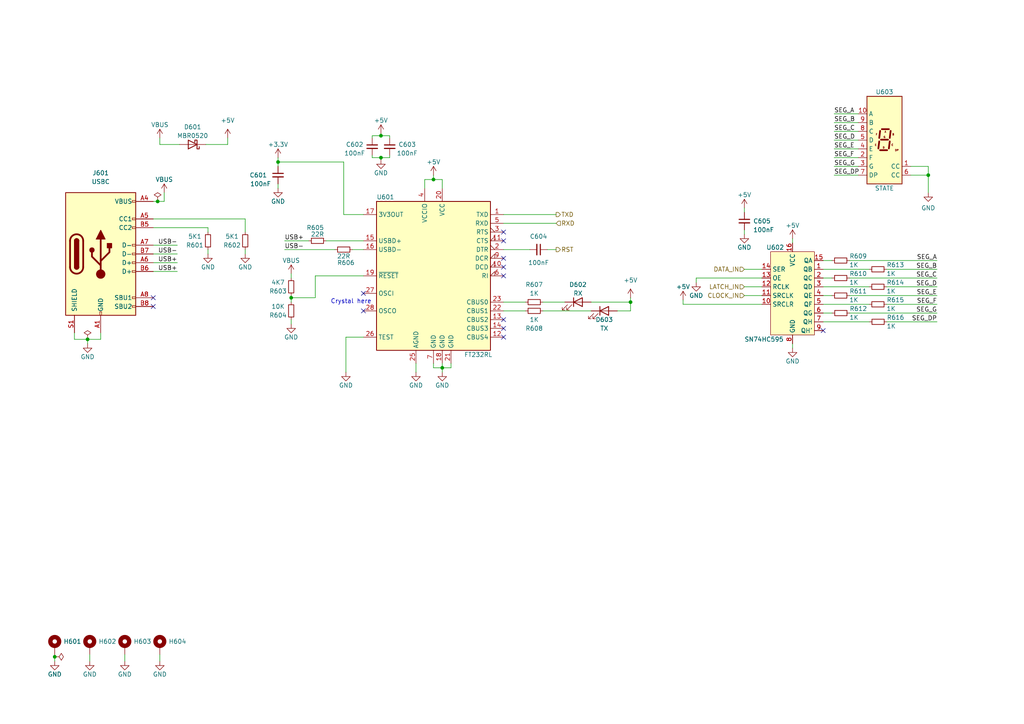
<source format=kicad_sch>
(kicad_sch (version 20230121) (generator eeschema)
  (paper "A4")
  (title_block (title "MegaMouse") (date "${ISSUE}") (rev "${REVISION}") (company "Kitsune Scientific") (comment 4 "Release: ${FULL_REVISION}"))
  (lib_symbols
    (symbol "+5V_1" (power) (pin_names (offset 0))
      (property "Value" "+5V_1" (at 0 3.556 0))
      (symbol "+5V_1_0_1"
        (polyline (pts (xy -0.762 1.27) (xy 0 2.54)))
        (polyline (pts (xy 0 0) (xy 0 2.54)))
        (polyline (pts (xy 0 2.54) (xy 0.762 1.27)))
      )
      (symbol "+5V_1_1_1"
        (pin power_in line (at 0 0 90) (length 0) hide (name "+5V") (number "1"))
      )
    )
    (symbol "+5V_2" (power) (pin_names (offset 0))
      (property "Value" "+5V_2" (at 0 3.556 0))
      (symbol "+5V_2_0_1"
        (polyline (pts (xy -0.762 1.27) (xy 0 2.54)))
        (polyline (pts (xy 0 0) (xy 0 2.54)))
        (polyline (pts (xy 0 2.54) (xy 0.762 1.27)))
      )
      (symbol "+5V_2_1_1"
        (pin power_in line (at 0 0 90) (length 0) hide (name "+5V") (number "1"))
      )
    )
    (symbol "+5V_3" (power) (pin_names (offset 0))
      (property "Value" "+5V_3" (at 0 3.556 0))
      (symbol "+5V_3_0_1"
        (polyline (pts (xy -0.762 1.27) (xy 0 2.54)))
        (polyline (pts (xy 0 0) (xy 0 2.54)))
        (polyline (pts (xy 0 2.54) (xy 0.762 1.27)))
      )
      (symbol "+5V_3_1_1"
        (pin power_in line (at 0 0 90) (length 0) hide (name "+5V") (number "1"))
      )
    )
    (symbol "Connector:USB_C_Receptacle_USB2.0" (pin_names (offset 1.016))
      (property "Reference" "J" (at -10.16 19.05 0))
      (property "Value" "USB_C_Receptacle_USB2.0" (at 19.05 19.05 0))
      (symbol "USB_C_Receptacle_USB2.0_0_0"
        (rectangle (start -0.254 -17.78) (end 0.254 -16.764))
        (rectangle (start 10.16 -14.986) (end 9.144 -15.494))
        (rectangle (start 10.16 -12.446) (end 9.144 -12.954))
        (rectangle (start 10.16 -4.826) (end 9.144 -5.334))
        (rectangle (start 10.16 -2.286) (end 9.144 -2.794))
        (rectangle (start 10.16 0.254) (end 9.144 -0.254))
        (rectangle (start 10.16 2.794) (end 9.144 2.286))
        (rectangle (start 10.16 7.874) (end 9.144 7.366))
        (rectangle (start 10.16 10.414) (end 9.144 9.906))
        (rectangle (start 10.16 15.494) (end 9.144 14.986))
      )
      (symbol "USB_C_Receptacle_USB2.0_0_1"
        (rectangle (start -10.16 17.78) (end 10.16 -17.78) (stroke (width 0.254)) (fill (type background)))
        (arc (start -8.89 -3.81) (mid -6.985 -5.7067) (end -5.08 -3.81) (stroke (width 0.508)))
        (arc (start -7.62 -3.81) (mid -6.985 -4.4423) (end -6.35 -3.81) (stroke (width 0.254)))
        (arc (start -7.62 -3.81) (mid -6.985 -4.4423) (end -6.35 -3.81) (stroke (width 0.254)) (fill (type outline)))
        (rectangle (start -7.62 -3.81) (end -6.35 3.81) (stroke (width 0.254)) (fill (type outline)))
        (arc (start -6.35 3.81) (mid -6.985 4.4423) (end -7.62 3.81) (stroke (width 0.254)))
        (arc (start -6.35 3.81) (mid -6.985 4.4423) (end -7.62 3.81) (stroke (width 0.254)) (fill (type outline)))
        (arc (start -5.08 3.81) (mid -6.985 5.7067) (end -8.89 3.81) (stroke (width 0.508)))
        (circle (center -2.54 1.143) (radius 0.635) (stroke (width 0.254)) (fill (type outline)))
        (circle (center 0 -5.842) (radius 1.27) (fill (type outline)))
        (polyline (pts (xy -8.89 -3.81) (xy -8.89 3.81)) (stroke (width 0.508)))
        (polyline (pts (xy -5.08 3.81) (xy -5.08 -3.81)) (stroke (width 0.508)))
        (polyline (pts (xy 0 -5.842) (xy 0 4.318)) (stroke (width 0.508)))
        (polyline (pts (xy 0 -3.302) (xy -2.54 -0.762) (xy -2.54 0.508)) (stroke (width 0.508)))
        (polyline (pts (xy 0 -2.032) (xy 2.54 0.508) (xy 2.54 1.778)) (stroke (width 0.508)))
        (polyline (pts (xy -1.27 4.318) (xy 0 6.858) (xy 1.27 4.318) (xy -1.27 4.318)) (stroke (width 0.254)) (fill (type outline)))
        (rectangle (start 1.905 1.778) (end 3.175 3.048) (stroke (width 0.254)) (fill (type outline)))
      )
      (symbol "USB_C_Receptacle_USB2.0_1_1"
        (pin passive line (at 0 -22.86 90) (length 5.08) (name "GND") (number "A1"))
        (pin passive line (at 0 -22.86 90) (length 5.08) hide (name "GND") (number "A12"))
        (pin passive line (at 15.24 15.24 180) (length 5.08) (name "VBUS") (number "A4"))
        (pin bidirectional line (at 15.24 10.16 180) (length 5.08) (name "CC1") (number "A5"))
        (pin bidirectional line (at 15.24 -2.54 180) (length 5.08) (name "D+") (number "A6"))
        (pin bidirectional line (at 15.24 2.54 180) (length 5.08) (name "D-") (number "A7"))
        (pin bidirectional line (at 15.24 -12.7 180) (length 5.08) (name "SBU1") (number "A8"))
        (pin passive line (at 15.24 15.24 180) (length 5.08) hide (name "VBUS") (number "A9"))
        (pin passive line (at 0 -22.86 90) (length 5.08) hide (name "GND") (number "B1"))
        (pin passive line (at 0 -22.86 90) (length 5.08) hide (name "GND") (number "B12"))
        (pin passive line (at 15.24 15.24 180) (length 5.08) hide (name "VBUS") (number "B4"))
        (pin bidirectional line (at 15.24 7.62 180) (length 5.08) (name "CC2") (number "B5"))
        (pin bidirectional line (at 15.24 -5.08 180) (length 5.08) (name "D+") (number "B6"))
        (pin bidirectional line (at 15.24 0 180) (length 5.08) (name "D-") (number "B7"))
        (pin bidirectional line (at 15.24 -15.24 180) (length 5.08) (name "SBU2") (number "B8"))
        (pin passive line (at 15.24 15.24 180) (length 5.08) hide (name "VBUS") (number "B9"))
        (pin passive line (at -7.62 -22.86 90) (length 5.08) (name "SHIELD") (number "S1"))
      )
    )
    (symbol "Device:C_Small" (pin_numbers hide) (pin_names (offset 0.254) hide)
      (property "Reference" "C" (at 0.254 1.778 0))
      (property "Value" "C_Small" (at 0.254 -2.032 0))
      (symbol "C_Small_0_1"
        (polyline (pts (xy -1.524 -0.508) (xy 1.524 -0.508)) (stroke (width 0.3302)))
        (polyline (pts (xy -1.524 0.508) (xy 1.524 0.508)) (stroke (width 0.3048)))
      )
      (symbol "C_Small_1_1"
        (pin passive line (at 0 2.54 270) (length 2.032) (name "~") (number "1"))
        (pin passive line (at 0 -2.54 90) (length 2.032) (name "~") (number "2"))
      )
    )
    (symbol "Device:LED" (pin_numbers hide) (pin_names (offset 1.016) hide)
      (property "Reference" "D" (at 0 2.54 0))
      (property "Value" "LED" (at 0 -2.54 0))
      (symbol "LED_0_1"
        (polyline (pts (xy -1.27 -1.27) (xy -1.27 1.27)) (stroke (width 0.254)))
        (polyline (pts (xy -1.27 0) (xy 1.27 0)))
        (polyline (pts (xy 1.27 -1.27) (xy 1.27 1.27) (xy -1.27 0) (xy 1.27 -1.27)) (stroke (width 0.254)))
        (polyline (pts (xy -3.048 -0.762) (xy -4.572 -2.286) (xy -3.81 -2.286) (xy -4.572 -2.286) (xy -4.572 -1.524)))
        (polyline (pts (xy -1.778 -0.762) (xy -3.302 -2.286) (xy -2.54 -2.286) (xy -3.302 -2.286) (xy -3.302 -1.524)))
      )
      (symbol "LED_1_1"
        (pin passive line (at -3.81 0 0) (length 2.54) (name "K") (number "1"))
        (pin passive line (at 3.81 0 180) (length 2.54) (name "A") (number "2"))
      )
    )
    (symbol "Device:R_Small" (pin_numbers hide) (pin_names (offset 0.254) hide)
      (property "Reference" "R" (at 0.762 0.508 0))
      (property "Value" "R_Small" (at 0.762 -1.016 0))
      (symbol "R_Small_0_1"
        (rectangle (start -0.762 1.778) (end 0.762 -1.778) (stroke (width 0.2032)))
      )
      (symbol "R_Small_1_1"
        (pin passive line (at 0 2.54 270) (length 0.762) (name "~") (number "1"))
        (pin passive line (at 0 -2.54 90) (length 0.762) (name "~") (number "2"))
      )
    )
    (symbol "Diode:MBR0520" (pin_numbers hide) (pin_names (offset 1.016) hide)
      (property "Reference" "D" (at 0 2.54 0))
      (property "Value" "MBR0520" (at 0 -2.54 0))
      (symbol "MBR0520_0_1"
        (polyline (pts (xy 1.27 0) (xy -1.27 0)))
        (polyline (pts (xy 1.27 1.27) (xy 1.27 -1.27) (xy -1.27 0) (xy 1.27 1.27)) (stroke (width 0.254)))
        (polyline (pts (xy -1.905 0.635) (xy -1.905 1.27) (xy -1.27 1.27) (xy -1.27 -1.27) (xy -0.635 -1.27) (xy -0.635 -0.635)) (stroke (width 0.254)))
      )
      (symbol "MBR0520_1_1"
        (pin passive line (at -3.81 0 0) (length 2.54) (name "K") (number "1"))
        (pin passive line (at 3.81 0 180) (length 2.54) (name "A") (number "2"))
      )
    )
    (symbol "Display_Character:HDSP-7803"
      (property "Reference" "U" (at -3.81 13.97 0))
      (property "Value" "HDSP-7803" (at 6.35 13.97 0))
      (symbol "HDSP-7803_1_0"
        (text "A" (at 0.254 2.413 0) (effects (font (size 0.508 0.508))))
        (text "B" (at 2.54 1.651 0) (effects (font (size 0.508 0.508))))
        (text "C" (at 2.286 -1.397 0) (effects (font (size 0.508 0.508))))
        (text "D" (at -0.254 -2.159 0) (effects (font (size 0.508 0.508))))
        (text "DP" (at 3.556 -2.921 0) (effects (font (size 0.508 0.508))))
        (text "E" (at -2.54 -1.397 0) (effects (font (size 0.508 0.508))))
        (text "F" (at -2.286 1.651 0) (effects (font (size 0.508 0.508))))
        (text "G" (at 0 0.889 0) (effects (font (size 0.508 0.508))))
      )
      (symbol "HDSP-7803_1_1"
        (rectangle (start -5.08 12.7) (end 5.08 -12.7) (stroke (width 0.254)) (fill (type background)))
        (polyline (pts (xy -1.524 -0.381) (xy -1.778 -2.413)) (stroke (width 0.508)))
        (polyline (pts (xy -1.27 -2.921) (xy 0.762 -2.921)) (stroke (width 0.508)))
        (polyline (pts (xy -1.27 2.667) (xy -1.524 0.635)) (stroke (width 0.508)))
        (polyline (pts (xy -1.016 0.127) (xy 1.016 0.127)) (stroke (width 0.508)))
        (polyline (pts (xy -0.762 3.175) (xy 1.27 3.175)) (stroke (width 0.508)))
        (polyline (pts (xy 1.524 -0.381) (xy 1.27 -2.413)) (stroke (width 0.508)))
        (polyline (pts (xy 1.778 2.667) (xy 1.524 0.635)) (stroke (width 0.508)))
        (polyline (pts (xy 2.54 -2.921) (xy 2.54 -2.921)) (stroke (width 0.508)))
        (pin input line (at 7.62 -7.62 180) (length 2.54) (name "CC") (number "1"))
        (pin input line (at -7.62 7.62 0) (length 2.54) (name "A") (number "10"))
        (pin input line (at -7.62 -5.08 0) (length 2.54) (name "F") (number "2"))
        (pin input line (at -7.62 -7.62 0) (length 2.54) (name "G") (number "3"))
        (pin input line (at -7.62 -2.54 0) (length 2.54) (name "E") (number "4"))
        (pin input line (at -7.62 0 0) (length 2.54) (name "D") (number "5"))
        (pin input line (at 7.62 -10.16 180) (length 2.54) (name "CC") (number "6"))
        (pin input line (at -7.62 -10.16 0) (length 2.54) (name "DP") (number "7"))
        (pin input line (at -7.62 2.54 0) (length 2.54) (name "C") (number "8"))
        (pin input line (at -7.62 5.08 0) (length 2.54) (name "B") (number "9"))
      )
    )
    (symbol "GND_2" (power) (pin_names (offset 0))
      (property "Value" "GND_2" (at 0 -3.81 0))
      (symbol "GND_2_0_1"
        (polyline (pts (xy 0 0) (xy 0 -1.27) (xy 1.27 -1.27) (xy 0 -2.54) (xy -1.27 -1.27) (xy 0 -1.27)))
      )
      (symbol "GND_2_1_1"
        (pin power_in line (at 0 0 270) (length 0) hide (name "GND") (number "1"))
      )
    )
    (symbol "GND_3" (power) (pin_names (offset 0))
      (property "Value" "GND_3" (at 0 -3.81 0))
      (symbol "GND_3_0_1"
        (polyline (pts (xy 0 0) (xy 0 -1.27) (xy 1.27 -1.27) (xy 0 -2.54) (xy -1.27 -1.27) (xy 0 -1.27)))
      )
      (symbol "GND_3_1_1"
        (pin power_in line (at 0 0 270) (length 0) hide (name "GND") (number "1"))
      )
    )
    (symbol "GND_4" (power) (pin_names (offset 0))
      (property "Value" "GND_4" (at 0 -3.81 0))
      (symbol "GND_4_0_1"
        (polyline (pts (xy 0 0) (xy 0 -1.27) (xy 1.27 -1.27) (xy 0 -2.54) (xy -1.27 -1.27) (xy 0 -1.27)))
      )
      (symbol "GND_4_1_1"
        (pin power_in line (at 0 0 270) (length 0) hide (name "GND") (number "1"))
      )
    )
    (symbol "GND_5" (power) (pin_names (offset 0))
      (property "Value" "GND_5" (at 0 -3.81 0))
      (symbol "GND_5_0_1"
        (polyline (pts (xy 0 0) (xy 0 -1.27) (xy 1.27 -1.27) (xy 0 -2.54) (xy -1.27 -1.27) (xy 0 -1.27)))
      )
      (symbol "GND_5_1_1"
        (pin power_in line (at 0 0 270) (length 0) hide (name "GND") (number "1"))
      )
    )
    (symbol "GND_6" (power) (pin_names (offset 0))
      (property "Value" "GND_6" (at 0 -3.81 0))
      (symbol "GND_6_0_1"
        (polyline (pts (xy 0 0) (xy 0 -1.27) (xy 1.27 -1.27) (xy 0 -2.54) (xy -1.27 -1.27) (xy 0 -1.27)))
      )
      (symbol "GND_6_1_1"
        (pin power_in line (at 0 0 270) (length 0) hide (name "GND") (number "1"))
      )
    )
    (symbol "GND_7" (power) (pin_names (offset 0))
      (property "Value" "GND_7" (at 0 -3.81 0))
      (symbol "GND_7_0_1"
        (polyline (pts (xy 0 0) (xy 0 -1.27) (xy 1.27 -1.27) (xy 0 -2.54) (xy -1.27 -1.27) (xy 0 -1.27)))
      )
      (symbol "GND_7_1_1"
        (pin power_in line (at 0 0 270) (length 0) hide (name "GND") (number "1"))
      )
    )
    (symbol "GND_8" (power) (pin_names (offset 0))
      (property "Value" "GND_8" (at 0 -3.81 0))
      (symbol "GND_8_0_1"
        (polyline (pts (xy 0 0) (xy 0 -1.27) (xy 1.27 -1.27) (xy 0 -2.54) (xy -1.27 -1.27) (xy 0 -1.27)))
      )
      (symbol "GND_8_1_1"
        (pin power_in line (at 0 0 270) (length 0) hide (name "GND") (number "1"))
      )
    )
    (symbol "GND_9" (power) (pin_names (offset 0))
      (property "Value" "GND_9" (at 0 -3.81 0))
      (symbol "GND_9_0_1"
        (polyline (pts (xy 0 0) (xy 0 -1.27) (xy 1.27 -1.27) (xy 0 -2.54) (xy -1.27 -1.27) (xy 0 -1.27)))
      )
      (symbol "GND_9_1_1"
        (pin power_in line (at 0 0 270) (length 0) hide (name "GND") (number "1"))
      )
    )
    (symbol "Interface_USB:FT232RL"
      (property "Reference" "U" (at -16.51 22.86 0))
      (property "Value" "FT232RL" (at 10.16 22.86 0))
      (symbol "FT232RL_0_1"
        (rectangle (start -16.51 21.59) (end 16.51 -21.59) (stroke (width 0.254)) (fill (type background)))
      )
      (symbol "FT232RL_1_1"
        (pin output line (at 20.32 17.78 180) (length 3.81) (name "TXD") (number "1"))
        (pin input input_low (at 20.32 2.54 180) (length 3.81) (name "DCD") (number "10"))
        (pin input input_low (at 20.32 10.16 180) (length 3.81) (name "CTS") (number "11"))
        (pin bidirectional line (at 20.32 -17.78 180) (length 3.81) (name "CBUS4") (number "12"))
        (pin bidirectional line (at 20.32 -12.7 180) (length 3.81) (name "CBUS2") (number "13"))
        (pin bidirectional line (at 20.32 -15.24 180) (length 3.81) (name "CBUS3") (number "14"))
        (pin bidirectional line (at -20.32 10.16 0) (length 3.81) (name "USBD+") (number "15"))
        (pin bidirectional line (at -20.32 7.62 0) (length 3.81) (name "USBD-") (number "16"))
        (pin power_out line (at -20.32 17.78 0) (length 3.81) (name "3V3OUT") (number "17"))
        (pin power_in line (at 2.54 -25.4 90) (length 3.81) (name "GND") (number "18"))
        (pin input line (at -20.32 0 0) (length 3.81) (name "~{RESET}") (number "19"))
        (pin output output_low (at 20.32 7.62 180) (length 3.81) (name "DTR") (number "2"))
        (pin power_in line (at 2.54 25.4 270) (length 3.81) (name "VCC") (number "20"))
        (pin power_in line (at 5.08 -25.4 90) (length 3.81) (name "GND") (number "21"))
        (pin bidirectional line (at 20.32 -10.16 180) (length 3.81) (name "CBUS1") (number "22"))
        (pin bidirectional line (at 20.32 -7.62 180) (length 3.81) (name "CBUS0") (number "23"))
        (pin power_in line (at -5.08 -25.4 90) (length 3.81) (name "AGND") (number "25"))
        (pin input line (at -20.32 -17.78 0) (length 3.81) (name "TEST") (number "26"))
        (pin input line (at -20.32 -5.08 0) (length 3.81) (name "OSCI") (number "27"))
        (pin output line (at -20.32 -10.16 0) (length 3.81) (name "OSCO") (number "28"))
        (pin output output_low (at 20.32 12.7 180) (length 3.81) (name "RTS") (number "3"))
        (pin power_in line (at -2.54 25.4 270) (length 3.81) (name "VCCIO") (number "4"))
        (pin input line (at 20.32 15.24 180) (length 3.81) (name "RXD") (number "5"))
        (pin input input_low (at 20.32 0 180) (length 3.81) (name "RI") (number "6"))
        (pin power_in line (at 0 -25.4 90) (length 3.81) (name "GND") (number "7"))
        (pin input input_low (at 20.32 5.08 180) (length 3.81) (name "DCR") (number "9"))
      )
    )
    (symbol "KenwoodFox:SN74HC595"
      (property "Reference" "U" (at -6.35 8.89 0))
      (property "Value" "SN74HC595" (at 7.62 -17.78 0))
      (symbol "SN74HC595_0_1"
        (rectangle (start -6.35 7.62) (end 6.35 -16.51) (fill (type background)))
      )
      (symbol "SN74HC595_1_1"
        (pin output line (at 8.89 2.54 180) (length 2.54) (name "QB") (number "1"))
        (pin input line (at -8.89 -7.62 0) (length 2.54) (name "SRCLR") (number "10"))
        (pin input line (at -8.89 -5.08 0) (length 2.54) (name "SRCLK") (number "11"))
        (pin input line (at -8.89 -2.54 0) (length 2.54) (name "RCLK") (number "12"))
        (pin input line (at -8.89 0 0) (length 2.54) (name "OE") (number "13"))
        (pin input line (at -8.89 2.54 0) (length 2.54) (name "SER") (number "14"))
        (pin output line (at 8.89 5.08 180) (length 2.54) (name "QA") (number "15"))
        (pin power_in line (at 0 10.16 270) (length 2.54) (name "VCC") (number "16"))
        (pin output line (at 8.89 0 180) (length 2.54) (name "QC") (number "2"))
        (pin output line (at 8.89 -2.54 180) (length 2.54) (name "QD") (number "3"))
        (pin output line (at 8.89 -5.08 180) (length 2.54) (name "QE") (number "4"))
        (pin output line (at 8.89 -7.62 180) (length 2.54) (name "QF") (number "5"))
        (pin output line (at 8.89 -10.16 180) (length 2.54) (name "QG") (number "6"))
        (pin output line (at 8.89 -12.7 180) (length 2.54) (name "QH") (number "7"))
        (pin power_in line (at 0 -19.05 90) (length 2.54) (name "GND") (number "8"))
        (pin output line (at 8.89 -15.24 180) (length 2.54) (name "QH'") (number "9"))
      )
    )
    (symbol "Mechanical:MountingHole_Pad" (pin_numbers hide) (pin_names (offset 1.016) hide)
      (property "Reference" "H" (at 0 6.35 0))
      (property "Value" "MountingHole_Pad" (at 0 4.445 0))
      (symbol "MountingHole_Pad_0_1"
        (circle (center 0 1.27) (radius 1.27) (stroke (width 1.27)))
      )
      (symbol "MountingHole_Pad_1_1"
        (pin input line (at 0 -2.54 90) (length 2.54) (name "1") (number "1"))
      )
    )
    (symbol "PWR_FLAG_1" (power) (pin_numbers hide) (pin_names (offset 0) hide)
      (property "Value" "PWR_FLAG_1" (at 0 3.81 0))
      (symbol "PWR_FLAG_1_0_0"
        (pin power_out line (at 0 0 90) (length 0) (name "pwr") (number "1"))
      )
      (symbol "PWR_FLAG_1_0_1"
        (polyline (pts (xy 0 0) (xy 0 1.27) (xy -1.016 1.905) (xy 0 2.54) (xy 1.016 1.905) (xy 0 1.27)))
      )
    )
    (symbol "VBUS_1" (power) (pin_names (offset 0))
      (property "Value" "VBUS_1" (at 0 3.81 0))
      (symbol "VBUS_1_0_1"
        (polyline (pts (xy -0.762 1.27) (xy 0 2.54)))
        (polyline (pts (xy 0 0) (xy 0 2.54)))
        (polyline (pts (xy 0 2.54) (xy 0.762 1.27)))
      )
      (symbol "VBUS_1_1_1"
        (pin power_in line (at 0 0 90) (length 0) hide (name "VBUS") (number "1"))
      )
    )
    (symbol "power:+3.3V" (power) (pin_names (offset 0))
      (property "Value" "+3.3V" (at 0 3.556 0))
      (symbol "+3.3V_0_1"
        (polyline (pts (xy -0.762 1.27) (xy 0 2.54)))
        (polyline (pts (xy 0 0) (xy 0 2.54)))
        (polyline (pts (xy 0 2.54) (xy 0.762 1.27)))
      )
      (symbol "+3.3V_1_1"
        (pin power_in line (at 0 0 90) (length 0) hide (name "+3.3V") (number "1"))
      )
    )
    (symbol "power:+5V" (power) (pin_names (offset 0))
      (property "Value" "+5V" (at 0 3.556 0))
      (symbol "+5V_0_1"
        (polyline (pts (xy -0.762 1.27) (xy 0 2.54)))
        (polyline (pts (xy 0 0) (xy 0 2.54)))
        (polyline (pts (xy 0 2.54) (xy 0.762 1.27)))
      )
      (symbol "+5V_1_1"
        (pin power_in line (at 0 0 90) (length 0) hide (name "+5V") (number "1"))
      )
    )
    (symbol "power:GND" (power) (pin_names (offset 0))
      (property "Value" "GND" (at 0 -3.81 0))
      (symbol "GND_0_1"
        (polyline (pts (xy 0 0) (xy 0 -1.27) (xy 1.27 -1.27) (xy 0 -2.54) (xy -1.27 -1.27) (xy 0 -1.27)))
      )
      (symbol "GND_1_1"
        (pin power_in line (at 0 0 270) (length 0) hide (name "GND") (number "1"))
      )
    )
    (symbol "power:PWR_FLAG" (power) (pin_numbers hide) (pin_names (offset 0) hide)
      (property "Value" "PWR_FLAG" (at 0 3.81 0))
      (symbol "PWR_FLAG_0_0"
        (pin power_out line (at 0 0 90) (length 0) (name "pwr") (number "1"))
      )
      (symbol "PWR_FLAG_0_1"
        (polyline (pts (xy 0 0) (xy 0 1.27) (xy -1.016 1.905) (xy 0 2.54) (xy 1.016 1.905) (xy 0 1.27)))
      )
    )
    (symbol "power:VBUS" (power) (pin_names (offset 0))
      (property "Value" "VBUS" (at 0 3.81 0))
      (symbol "VBUS_0_1"
        (polyline (pts (xy -0.762 1.27) (xy 0 2.54)))
        (polyline (pts (xy 0 0) (xy 0 2.54)))
        (polyline (pts (xy 0 2.54) (xy 0.762 1.27)))
      )
      (symbol "VBUS_1_1"
        (pin power_in line (at 0 0 90) (length 0) hide (name "VBUS") (number "1"))
      )
    )
  )
  (junction (at 128.27 106.68))
  (junction (at 80.645 46.99))
  (junction (at 110.49 39.37))
  (junction (at 84.455 86.36))
  (junction (at 269.24 50.8))
  (junction (at 182.88 87.63))
  (junction (at 25.4 98.425))
  (junction (at 15.875 190.5))
  (junction (at 45.72 58.42))
  (junction (at 110.49 45.72))
  (junction (at 125.73 52.07))
  (no_connect (at 238.76 95.885))
  (no_connect (at 44.45 88.9))
  (no_connect (at 105.41 85.09))
  (no_connect (at 146.05 69.85))
  (no_connect (at 146.05 80.01))
  (no_connect (at 146.05 77.47))
  (no_connect (at 146.05 74.93))
  (no_connect (at 44.45 86.36))
  (no_connect (at 146.05 92.71))
  (no_connect (at 146.05 67.31))
  (no_connect (at 146.05 97.79))
  (no_connect (at 146.05 95.25))
  (no_connect (at 105.41 90.17))
  (wire (pts (xy 107.95 45.72) (xy 110.49 45.72)))
  (wire (pts (xy 71.12 73.66) (xy 71.12 72.39)))
  (wire (pts (xy 60.325 73.66) (xy 60.325 72.39)))
  (wire (pts (xy 44.45 78.74) (xy 51.435 78.74)))
  (wire (pts (xy 80.645 46.99) (xy 80.645 48.26)))
  (wire (pts (xy 60.325 66.04) (xy 60.325 67.31)))
  (wire (pts (xy 26.035 189.865) (xy 26.035 191.77)))
  (wire (pts (xy 100.33 97.79) (xy 100.33 107.95)))
  (wire (pts (xy 46.355 41.91) (xy 52.07 41.91)))
  (wire (pts (xy 241.935 50.8) (xy 248.92 50.8)))
  (wire (pts (xy 29.21 98.425) (xy 29.21 96.52)))
  (wire (pts (xy 271.78 83.185) (xy 257.175 83.185)))
  (wire (pts (xy 125.73 52.07) (xy 123.19 52.07)))
  (wire (pts (xy 146.05 87.63) (xy 152.4 87.63)))
  (wire (pts (xy 271.78 88.265) (xy 257.175 88.265)))
  (wire (pts (xy 123.19 52.07) (xy 123.19 54.61)))
  (wire (pts (xy 44.45 63.5) (xy 71.12 63.5)))
  (wire (pts (xy 161.29 62.23) (xy 146.05 62.23)))
  (wire (pts (xy 66.04 41.91) (xy 66.04 40.005)))
  (wire (pts (xy 25.4 98.425) (xy 29.21 98.425)))
  (wire (pts (xy 80.645 46.99) (xy 99.695 46.99)))
  (wire (pts (xy 84.455 86.36) (xy 91.44 86.36)))
  (wire (pts (xy 44.45 66.04) (xy 60.325 66.04)))
  (wire (pts (xy 15.875 190.5) (xy 15.875 191.77)))
  (wire (pts (xy 125.73 105.41) (xy 125.73 106.68)))
  (wire (pts (xy 271.78 80.645) (xy 246.38 80.645)))
  (wire (pts (xy 241.3 80.645) (xy 238.76 80.645)))
  (wire (pts (xy 71.12 63.5) (xy 71.12 67.31)))
  (wire (pts (xy 201.93 80.645) (xy 201.93 81.915)))
  (wire (pts (xy 84.455 85.725) (xy 84.455 86.36)))
  (wire (pts (xy 241.935 38.1) (xy 248.92 38.1)))
  (wire (pts (xy 271.78 85.725) (xy 246.38 85.725)))
  (wire (pts (xy 107.95 39.37) (xy 110.49 39.37)))
  (wire (pts (xy 215.9 67.945) (xy 215.9 66.675)))
  (wire (pts (xy 252.095 83.185) (xy 238.76 83.185)))
  (wire (pts (xy 182.88 87.63) (xy 171.45 87.63)))
  (wire (pts (xy 47.625 58.42) (xy 47.625 55.88)))
  (wire (pts (xy 46.355 40.005) (xy 46.355 41.91)))
  (wire (pts (xy 264.16 50.8) (xy 269.24 50.8)))
  (wire (pts (xy 110.49 45.72) (xy 113.03 45.72)))
  (wire (pts (xy 241.935 48.26) (xy 248.92 48.26)))
  (wire (pts (xy 105.41 97.79) (xy 100.33 97.79)))
  (wire (pts (xy 84.455 92.71) (xy 84.455 93.98)))
  (wire (pts (xy 241.935 33.02) (xy 248.92 33.02)))
  (wire (pts (xy 99.695 46.99) (xy 99.695 62.23)))
  (wire (pts (xy 241.935 40.64) (xy 248.92 40.64)))
  (wire (pts (xy 84.455 86.36) (xy 84.455 87.63)))
  (wire (pts (xy 80.645 46.99) (xy 80.645 45.72)))
  (wire (pts (xy 241.935 45.72) (xy 248.92 45.72)))
  (wire (pts (xy 113.03 45.72) (xy 113.03 45.085)))
  (wire (pts (xy 125.73 52.07) (xy 128.27 52.07)))
  (wire (pts (xy 82.55 69.85) (xy 89.535 69.85)))
  (wire (pts (xy 130.81 106.68) (xy 128.27 106.68)))
  (wire (pts (xy 215.9 85.725) (xy 220.98 85.725)))
  (wire (pts (xy 15.875 189.865) (xy 15.875 190.5)))
  (wire (pts (xy 130.81 105.41) (xy 130.81 106.68)))
  (wire (pts (xy 128.27 105.41) (xy 128.27 106.68)))
  (wire (pts (xy 252.095 88.265) (xy 238.76 88.265)))
  (wire (pts (xy 157.48 87.63) (xy 163.83 87.63)))
  (wire (pts (xy 198.12 86.995) (xy 198.12 88.265)))
  (wire (pts (xy 107.95 40.005) (xy 107.95 39.37)))
  (wire (pts (xy 59.69 41.91) (xy 66.04 41.91)))
  (wire (pts (xy 21.59 98.425) (xy 25.4 98.425)))
  (wire (pts (xy 269.24 50.8) (xy 269.24 55.88)))
  (wire (pts (xy 128.27 106.68) (xy 128.27 107.95)))
  (wire (pts (xy 113.03 39.37) (xy 113.03 40.005)))
  (wire (pts (xy 110.49 39.37) (xy 110.49 38.735)))
  (wire (pts (xy 45.72 58.42) (xy 47.625 58.42)))
  (wire (pts (xy 264.16 48.26) (xy 269.24 48.26)))
  (wire (pts (xy 99.695 62.23) (xy 105.41 62.23)))
  (wire (pts (xy 80.645 53.34) (xy 80.645 54.61)))
  (wire (pts (xy 241.3 75.565) (xy 238.76 75.565)))
  (wire (pts (xy 182.88 86.36) (xy 182.88 87.63)))
  (wire (pts (xy 271.78 78.105) (xy 257.175 78.105)))
  (wire (pts (xy 125.73 50.8) (xy 125.73 52.07)))
  (wire (pts (xy 271.78 93.345) (xy 257.2212 93.345)))
  (wire (pts (xy 252.095 78.105) (xy 238.76 78.105)))
  (wire (pts (xy 44.45 58.42) (xy 45.72 58.42)))
  (wire (pts (xy 241.3 85.725) (xy 238.76 85.725)))
  (wire (pts (xy 146.05 72.39) (xy 153.67 72.39)))
  (wire (pts (xy 44.45 76.2) (xy 51.435 76.2)))
  (wire (pts (xy 25.4 98.425) (xy 25.4 99.695)))
  (wire (pts (xy 128.27 52.07) (xy 128.27 54.61)))
  (wire (pts (xy 146.05 90.17) (xy 152.4 90.17)))
  (wire (pts (xy 110.49 45.72) (xy 110.49 46.355)))
  (wire (pts (xy 21.59 96.52) (xy 21.59 98.425)))
  (wire (pts (xy 241.935 43.18) (xy 248.92 43.18)))
  (wire (pts (xy 229.87 69.215) (xy 229.87 70.485)))
  (wire (pts (xy 269.24 48.26) (xy 269.24 50.8)))
  (wire (pts (xy 91.44 86.36) (xy 91.44 80.01)))
  (wire (pts (xy 91.44 80.01) (xy 105.41 80.01)))
  (wire (pts (xy 82.55 72.39) (xy 97.155 72.39)))
  (wire (pts (xy 46.355 189.865) (xy 46.355 191.77)))
  (wire (pts (xy 215.9 78.105) (xy 220.98 78.105)))
  (wire (pts (xy 241.3462 90.805) (xy 238.76 90.805)))
  (wire (pts (xy 215.9 83.185) (xy 220.98 83.185)))
  (wire (pts (xy 125.73 106.68) (xy 128.27 106.68)))
  (wire (pts (xy 229.87 99.695) (xy 229.87 100.965)))
  (wire (pts (xy 44.45 73.66) (xy 51.435 73.66)))
  (wire (pts (xy 44.45 71.12) (xy 51.435 71.12)))
  (wire (pts (xy 94.615 69.85) (xy 105.41 69.85)))
  (wire (pts (xy 271.78 90.805) (xy 246.4262 90.805)))
  (wire (pts (xy 157.48 90.17) (xy 171.45 90.17)))
  (wire (pts (xy 110.49 39.37) (xy 113.03 39.37)))
  (wire (pts (xy 252.1412 93.345) (xy 238.76 93.345)))
  (wire (pts (xy 198.12 88.265) (xy 220.98 88.265)))
  (wire (pts (xy 182.88 90.17) (xy 182.88 87.63)))
  (wire (pts (xy 161.29 64.77) (xy 146.05 64.77)))
  (wire (pts (xy 271.78 75.565) (xy 246.38 75.565)))
  (wire (pts (xy 120.65 105.41) (xy 120.65 107.95)))
  (wire (pts (xy 84.455 79.375) (xy 84.455 80.645)))
  (wire (pts (xy 102.235 72.39) (xy 105.41 72.39)))
  (wire (pts (xy 215.9 60.325) (xy 215.9 61.595)))
  (wire (pts (xy 241.935 35.56) (xy 248.92 35.56)))
  (wire (pts (xy 161.29 72.39) (xy 158.75 72.39)))
  (wire (pts (xy 220.98 80.645) (xy 201.93 80.645)))
  (wire (pts (xy 36.195 189.865) (xy 36.195 191.77)))
  (wire (pts (xy 179.07 90.17) (xy 182.88 90.17)))
  (wire (pts (xy 107.95 45.085) (xy 107.95 45.72)))
  (text "Crystal here" (at 95.885 88.265 0) (effects (font (size 1.27 1.27)) (justify left bottom)))
  (label "USB+" (at 51.435 78.74 180))
  (label "SEG_E" (at 271.78 85.725 180))
  (label "USB+" (at 51.435 76.2 180))
  (label "SEG_B" (at 271.78 78.105 180))
  (label "SEG_DP" (at 271.78 93.345 180))
  (label "SEG_G" (at 271.78 90.805 180))
  (label "SEG_C" (at 271.78 80.645 180))
  (label "SEG_G" (at 241.935 48.26 0))
  (label "SEG_B" (at 241.935 35.56 0))
  (label "SEG_E" (at 241.935 43.18 0))
  (label "SEG_F" (at 241.935 45.72 0))
  (label "SEG_A" (at 271.78 75.565 180))
  (label "USB-" (at 51.435 73.66 180))
  (label "SEG_A" (at 241.935 33.02 0))
  (label "USB+" (at 82.55 69.85 0))
  (label "SEG_D" (at 241.935 40.64 0))
  (label "USB-" (at 51.435 71.12 180))
  (label "SEG_DP" (at 241.935 50.8 0))
  (label "USB-" (at 82.55 72.39 0))
  (label "SEG_C" (at 241.935 38.1 0))
  (label "SEG_D" (at 271.78 83.185 180))
  (label "SEG_F" (at 271.78 88.265 180))
  (hierarchical_label "LATCH_IN" (shape input) (at 215.9 83.185 180))
  (hierarchical_label "CLOCK_IN" (shape input) (at 215.9 85.725 180))
  (hierarchical_label "RXD" (shape input) (at 161.29 64.77 0))
  (hierarchical_label "DATA_IN" (shape input) (at 215.9 78.105 180))
  (hierarchical_label "TXD" (shape output) (at 161.29 62.23 0))
  (hierarchical_label "RST" (shape output) (at 161.29 72.39 0))
  (symbol (lib_name "GND_6") (lib_id "power:GND") (at 120.65 107.95 0) (unit 1)
    (property "Reference" "#PWR0618" (effects hide))
    (property "Value" "GND" (at 120.65 111.76 0))
  )
  (symbol (lib_id "power:GND") (at 215.9 67.945 0) (unit 1)
    (property "Reference" "#PWR0625" (effects hide))
    (property "Value" "GND" (at 215.9 71.755 0))
  )
  (symbol (lib_id "power:+5V") (at 229.87 69.215 0) (unit 1)
    (property "Reference" "#PWR0626" (effects hide))
    (property "Value" "+5V" (at 229.87 65.405 0))
  )
  (symbol (lib_id "power:+5V") (at 182.88 86.36 0) (unit 1)
    (property "Reference" "#PWR0621" (effects hide))
    (property "Value" "+5V" (at 182.88 81.28 0))
  )
  (symbol (lib_id "power:GND") (at 201.93 81.915 0) (unit 1)
    (property "Reference" "#PWR0623" (effects hide))
    (property "Value" "GND" (at 201.93 85.725 0))
  )
  (symbol (lib_id "Mechanical:MountingHole_Pad") (at 46.355 187.325 0) (unit 1)
    (property "Reference" "H604" (at 48.895 186.055 0) (effects (justify left)))
    (property "Value" "MountingHole_Pad" (effects hide))
    (property "Footprint" "MountingHole:MountingHole_3mm_Pad" (effects hide))
  )
  (symbol (lib_name "GND_4") (lib_id "power:GND") (at 25.4 99.695 0) (unit 1)
    (property "Reference" "#PWR0602" (effects hide))
    (property "Value" "GND" (at 25.4 103.505 0))
  )
  (symbol (lib_id "Device:R_Small") (at 254.635 78.105 90) (unit 1)
    (property "Reference" "R613" (at 259.715 76.835 90))
    (property "Value" "1K" (at 258.445 79.375 90))
    (property "Footprint" "Resistor_SMD:R_0805_2012Metric" (effects hide))
  )
  (symbol (lib_id "Device:R_Small") (at 243.84 85.725 90) (unit 1)
    (property "Reference" "R611" (at 248.92 84.455 90))
    (property "Value" "1K" (at 247.65 86.995 90))
    (property "Footprint" "Resistor_SMD:R_0805_2012Metric" (effects hide))
  )
  (symbol (lib_id "Device:R_Small") (at 60.325 69.85 180) (unit 1)
    (property "Reference" "R601" (at 56.515 71.12 0))
    (property "Value" "5K1" (at 56.515 68.58 0))
    (property "Footprint" "Resistor_SMD:R_0805_2012Metric" (effects hide))
  )
  (symbol (lib_name "+5V_1") (lib_id "power:+5V") (at 125.73 50.8 0) (unit 1)
    (property "Reference" "#PWR0619" (effects hide))
    (property "Value" "+5V" (at 125.73 46.99 0))
  )
  (symbol (lib_id "Device:R_Small") (at 71.12 69.85 180) (unit 1)
    (property "Reference" "R602" (at 67.31 71.12 0))
    (property "Value" "5K1" (at 67.31 68.58 0))
    (property "Footprint" "Resistor_SMD:R_0805_2012Metric" (effects hide))
  )
  (symbol (lib_id "Diode:MBR0520") (at 55.88 41.91 180) (unit 1)
    (property "Reference" "D601" (at 55.88 36.83 0))
    (property "Value" "MBR0520" (at 55.88 39.37 0))
    (property "Footprint" "Diode_SMD:D_SOD-123" (effects hide))
  )
  (symbol (lib_id "power:GND") (at 229.87 100.965 0) (unit 1)
    (property "Reference" "#PWR0627" (effects hide))
    (property "Value" "GND" (at 229.87 104.775 0))
  )
  (symbol (lib_id "Device:C_Small") (at 156.21 72.39 270) (unit 1)
    (property "Reference" "C604" (at 156.21 68.58 90))
    (property "Value" "100nF" (at 156.21 76.2 90))
    (property "Footprint" "Capacitor_SMD:C_0805_2012Metric" (effects hide))
  )
  (symbol (lib_name "GND_4") (lib_id "power:GND") (at 46.355 191.77 0) (unit 1)
    (property "Reference" "#PWR0606" (effects hide))
    (property "Value" "GND" (at 46.355 195.58 0))
  )
  (symbol (lib_id "Device:R_Small") (at 243.84 75.565 90) (unit 1)
    (property "Reference" "R609" (at 248.92 74.295 90))
    (property "Value" "1K" (at 247.65 76.835 90))
    (property "Footprint" "Resistor_SMD:R_0805_2012Metric" (effects hide))
  )
  (symbol (lib_name "GND_8") (lib_id "power:GND") (at 80.645 54.61 0) (unit 1)
    (property "Reference" "#PWR0612" (effects hide))
    (property "Value" "GND" (at 80.645 58.42 0))
  )
  (symbol (lib_id "Device:R_Small") (at 84.455 83.185 180) (unit 1)
    (property "Reference" "R603" (at 80.645 84.455 0))
    (property "Value" "4K7" (at 80.645 81.915 0))
    (property "Footprint" "Resistor_SMD:R_0805_2012Metric" (effects hide))
  )
  (symbol (lib_id "Device:C_Small") (at 215.9 64.135 0) (unit 1)
    (property "Reference" "C605" (at 218.44 64.135 0) (effects (justify left)))
    (property "Value" "100nF" (at 218.44 66.675 0) (effects (justify left)))
    (property "Footprint" "Capacitor_SMD:C_0805_2012Metric" (effects hide))
  )
  (symbol (lib_name "VBUS_1") (lib_id "power:VBUS") (at 46.355 40.005 0) (unit 1)
    (property "Reference" "#PWR0605" (effects hide))
    (property "Value" "VBUS" (at 46.355 36.195 0))
  )
  (symbol (lib_id "Device:C_Small") (at 80.645 50.8 0) (unit 1)
    (property "Reference" "C601" (at 74.93 50.8 0))
    (property "Value" "100nF" (at 75.565 53.34 0))
    (property "Footprint" "Capacitor_SMD:C_0805_2012Metric" (effects hide))
  )
  (symbol (lib_name "GND_2") (lib_id "power:GND") (at 110.49 46.355 0) (unit 1)
    (property "Reference" "#PWR0617" (effects hide))
    (property "Value" "GND" (at 110.49 50.165 0))
  )
  (symbol (lib_id "Connector:USB_C_Receptacle_USB2.0") (at 29.21 73.66 0) (unit 1)
    (property "Reference" "J601" (at 29.21 50.165 0))
    (property "Value" "USBC" (at 29.21 52.705 0))
    (property "Footprint" "Connector_USB:USB_C_Receptacle_XKB_U262-16XN-4BVC11" (effects hide))
    (property "Datasheet" "https://www.usb.org/sites/default/files/documents/usb_type-c.zip" (effects hide))
  )
  (symbol (lib_id "Mechanical:MountingHole_Pad") (at 36.195 187.325 0) (unit 1)
    (property "Reference" "H603" (at 38.735 186.055 0) (effects (justify left)))
    (property "Value" "MountingHole_Pad" (effects hide))
    (property "Footprint" "MountingHole:MountingHole_3mm_Pad" (effects hide))
  )
  (symbol (lib_id "Mechanical:MountingHole_Pad") (at 26.035 187.325 0) (unit 1)
    (property "Reference" "H602" (at 28.575 186.055 0) (effects (justify left)))
    (property "Value" "MountingHole_Pad" (effects hide))
    (property "Footprint" "MountingHole:MountingHole_3mm_Pad" (effects hide))
  )
  (symbol (lib_id "Device:R_Small") (at 254.635 83.185 90) (unit 1)
    (property "Reference" "R614" (at 259.715 81.915 90))
    (property "Value" "1K" (at 258.445 84.455 90))
    (property "Footprint" "Resistor_SMD:R_0805_2012Metric" (effects hide))
  )
  (symbol (lib_id "power:GND") (at 100.33 107.95 0) (unit 1)
    (property "Reference" "#PWR0615" (effects hide))
    (property "Value" "GND" (at 100.33 111.76 0))
  )
  (symbol (lib_id "Device:R_Small") (at 154.94 90.17 270) (unit 1)
    (property "Reference" "R608" (at 154.94 95.25 90))
    (property "Value" "1K" (at 154.94 92.71 90))
    (property "Footprint" "Resistor_SMD:R_0805_2012Metric" (effects hide))
  )
  (symbol (lib_name "GND_4") (lib_id "power:GND") (at 36.195 191.77 0) (unit 1)
    (property "Reference" "#PWR0604" (effects hide))
    (property "Value" "GND" (at 36.195 195.58 0))
  )
  (symbol (lib_id "Device:R_Small") (at 84.455 90.17 180) (unit 1)
    (property "Reference" "R604" (at 80.645 91.44 0))
    (property "Value" "10K" (at 80.645 88.9 0))
    (property "Footprint" "Resistor_SMD:R_0805_2012Metric" (effects hide))
  )
  (symbol (lib_id "power:+3.3V") (at 80.645 45.72 0) (unit 1)
    (property "Reference" "#PWR0611" (effects hide))
    (property "Value" "+3.3V" (at 80.645 41.91 0))
  )
  (symbol (lib_name "GND_3") (lib_id "power:GND") (at 71.12 73.66 0) (unit 1)
    (property "Reference" "#PWR0610" (effects hide))
    (property "Value" "GND" (at 71.12 77.47 0))
  )
  (symbol (lib_name "GND_4") (lib_id "power:GND") (at 26.035 191.77 0) (unit 1)
    (property "Reference" "#PWR0603" (effects hide))
    (property "Value" "GND" (at 26.035 195.58 0))
  )
  (symbol (lib_name "GND_7") (lib_id "power:GND") (at 128.27 107.95 0) (unit 1)
    (property "Reference" "#PWR0620" (effects hide))
    (property "Value" "GND" (at 128.27 111.76 0))
  )
  (symbol (lib_id "Device:R_Small") (at 154.94 87.63 90) (unit 1)
    (property "Reference" "R607" (at 154.94 82.55 90))
    (property "Value" "1K" (at 154.94 85.09 90))
    (property "Footprint" "Resistor_SMD:R_0805_2012Metric" (effects hide))
  )
  (symbol (lib_name "+5V_3") (lib_id "power:+5V") (at 66.04 40.005 0) (unit 1)
    (property "Reference" "#PWR0609" (effects hide))
    (property "Value" "+5V" (at 66.04 34.925 0))
  )
  (symbol (lib_id "Interface_USB:FT232RL") (at 125.73 80.01 0) (unit 1)
    (property "Reference" "U601" (at 109.22 57.15 0) (effects (justify left)))
    (property "Value" "FT232RL" (at 134.62 102.87 0) (effects (justify left)))
    (property "Footprint" "Package_SO:SSOP-28_5.3x10.2mm_P0.65mm" (effects hide))
    (property "Datasheet" "https://www.ftdichip.com/Support/Documents/DataSheets/ICs/DS_FT232R.pdf" (effects hide))
  )
  (symbol (lib_id "Device:C_Small") (at 113.03 42.545 0) (unit 1)
    (property "Reference" "C603" (at 118.11 41.91 0))
    (property "Value" "100nF" (at 118.11 44.45 0))
    (property "Footprint" "Capacitor_SMD:C_0805_2012Metric" (effects hide))
  )
  (symbol (lib_id "Device:R_Small") (at 243.84 80.645 90) (unit 1)
    (property "Reference" "R610" (at 248.92 79.375 90))
    (property "Value" "1K" (at 247.65 81.915 90))
    (property "Footprint" "Resistor_SMD:R_0805_2012Metric" (effects hide))
  )
  (symbol (lib_id "Mechanical:MountingHole_Pad") (at 15.875 187.325 0) (unit 1)
    (property "Reference" "H601" (at 18.415 186.055 0) (effects (justify left)))
    (property "Value" "MountingHole_Pad" (effects hide))
    (property "Footprint" "MountingHole:MountingHole_3mm_Pad" (effects hide))
  )
  (symbol (lib_name "+5V_2") (lib_id "power:+5V") (at 110.49 38.735 0) (unit 1)
    (property "Reference" "#PWR0616" (effects hide))
    (property "Value" "+5V" (at 110.49 34.925 0))
  )
  (symbol (lib_id "power:GND") (at 269.24 55.88 0) (unit 1)
    (property "Reference" "#PWR0628" (effects hide))
    (property "Value" "GND" (at 269.24 60.325 0))
  )
  (symbol (lib_name "GND_9") (lib_id "power:GND") (at 84.455 93.98 0) (unit 1)
    (property "Reference" "#PWR0614" (effects hide))
    (property "Value" "GND" (at 84.455 97.79 0))
  )
  (symbol (lib_id "Device:R_Small") (at 92.075 69.85 90) (unit 1)
    (property "Reference" "R605" (at 91.44 66.04 90))
    (property "Value" "22R" (at 92.075 67.945 90))
    (property "Footprint" "Resistor_SMD:R_0805_2012Metric" (effects hide))
  )
  (symbol (lib_id "Display_Character:HDSP-7803") (at 256.54 40.64 0) (unit 1)
    (property "Reference" "U603" (at 256.54 26.67 0))
    (property "Value" "STATE" (at 256.54 54.61 0))
    (property "Footprint" "Display_7Segment:HDSP-7801" (effects hide))
    (property "Datasheet" "https://docs.broadcom.com/docs/AV02-2553EN" (effects hide))
  )
  (symbol (lib_id "Device:LED") (at 167.64 87.63 0) (unit 1)
    (property "Reference" "D602" (at 167.64 82.55 0))
    (property "Value" "RX" (at 167.64 85.09 0))
    (property "Footprint" "LED_SMD:LED_0805_2012Metric" (effects hide))
  )
  (symbol (lib_id "KenwoodFox:SN74HC595") (at 229.87 80.645 0) (unit 1)
    (property "Reference" "U602" (at 222.25 71.755 0) (effects (justify left)))
    (property "Value" "SN74HC595" (at 215.9 98.425 0) (effects (justify left)))
    (property "Footprint" "KenwoodFox:SN74HC595" (effects hide))
  )
  (symbol (lib_id "Device:C_Small") (at 107.95 42.545 0) (unit 1)
    (property "Reference" "C602" (at 102.87 41.91 0))
    (property "Value" "100nF" (at 102.87 44.45 0))
    (property "Footprint" "Capacitor_SMD:C_0805_2012Metric" (effects hide))
  )
  (symbol (lib_id "power:PWR_FLAG") (at 25.4 98.425 0) (unit 1)
    (property "Reference" "#FLG0602" (effects hide))
    (property "Value" "PWR_FLAG" (effects hide))
  )
  (symbol (lib_id "power:VBUS") (at 84.455 79.375 0) (unit 1)
    (property "Reference" "#PWR0613" (effects hide))
    (property "Value" "VBUS" (at 84.455 75.565 0))
  )
  (symbol (lib_id "Device:LED") (at 175.26 90.17 0) (unit 1)
    (property "Reference" "D603" (at 175.26 92.71 0))
    (property "Value" "TX" (at 175.26 95.25 0))
    (property "Footprint" "LED_SMD:LED_0805_2012Metric" (effects hide))
  )
  (symbol (lib_id "power:+5V") (at 215.9 60.325 0) (unit 1)
    (property "Reference" "#PWR0624" (effects hide))
    (property "Value" "+5V" (at 215.9 56.515 0))
  )
  (symbol (lib_name "GND_4") (lib_id "power:GND") (at 15.875 191.77 0) (unit 1)
    (property "Reference" "#PWR0601" (effects hide))
    (property "Value" "GND" (at 15.875 195.58 0))
  )
  (symbol (lib_id "power:+5V") (at 198.12 86.995 0) (unit 1)
    (property "Reference" "#PWR0622" (effects hide))
    (property "Value" "+5V" (at 198.12 83.185 0))
  )
  (symbol (lib_name "VBUS_1") (lib_id "power:VBUS") (at 47.625 55.88 0) (unit 1)
    (property "Reference" "#PWR0607" (effects hide))
    (property "Value" "VBUS" (at 47.625 52.07 0))
  )
  (symbol (lib_name "PWR_FLAG_1") (lib_id "power:PWR_FLAG") (at 45.72 58.42 0) (unit 1)
    (property "Reference" "#FLG0603" (effects hide))
    (property "Value" "PWR_FLAG" (effects hide))
  )
  (symbol (lib_id "Device:R_Small") (at 99.695 72.39 270) (unit 1)
    (property "Reference" "R606" (at 100.33 76.2 90))
    (property "Value" "22R" (at 99.695 74.295 90))
    (property "Footprint" "Resistor_SMD:R_0805_2012Metric" (effects hide))
  )
  (symbol (lib_id "Device:R_Small") (at 254.6812 93.345 90) (unit 1)
    (property "Reference" "R616" (at 259.7612 92.075 90))
    (property "Value" "1K" (at 258.4912 94.615 90))
    (property "Footprint" "Resistor_SMD:R_0805_2012Metric" (effects hide))
  )
  (symbol (lib_name "GND_5") (lib_id "power:GND") (at 60.325 73.66 0) (unit 1)
    (property "Reference" "#PWR0608" (effects hide))
    (property "Value" "GND" (at 60.325 77.47 0))
  )
  (symbol (lib_id "Device:R_Small") (at 243.8862 90.805 90) (unit 1)
    (property "Reference" "R612" (at 248.9662 89.535 90))
    (property "Value" "1K" (at 247.6962 92.075 90))
    (property "Footprint" "Resistor_SMD:R_0805_2012Metric" (effects hide))
  )
  (symbol (lib_id "Device:R_Small") (at 254.635 88.265 90) (unit 1)
    (property "Reference" "R615" (at 259.715 86.995 90))
    (property "Value" "1K" (at 258.445 89.535 90))
    (property "Footprint" "Resistor_SMD:R_0805_2012Metric" (effects hide))
  )
  (symbol (lib_id "power:PWR_FLAG") (at 15.875 190.5 270) (unit 1)
    (property "Reference" "#FLG0601" (effects hide))
    (property "Value" "PWR_FLAG" (effects hide))
  )
)
</source>
